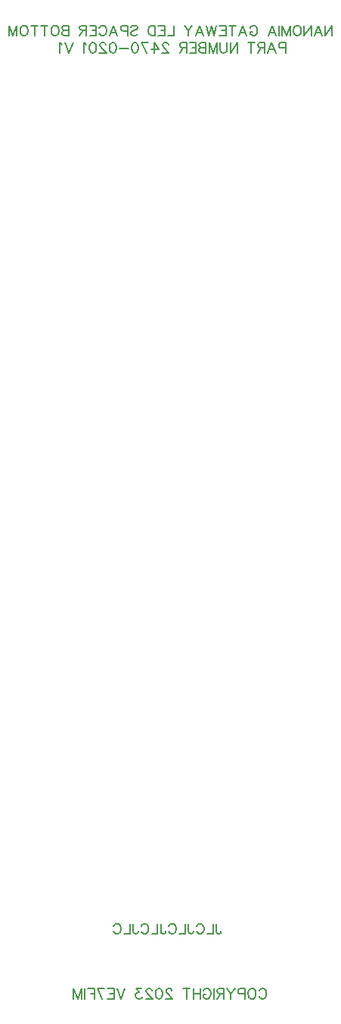
<source format=gbo>
G04 Layer: BottomSilkscreenLayer*
G04 EasyEDA v6.5.29, 2023-07-18 11:26:45*
G04 057cc5f2e9c144518689141b3c40f3c2,5a6b42c53f6a479593ecc07194224c93,10*
G04 Gerber Generator version 0.2*
G04 Scale: 100 percent, Rotated: No, Reflected: No *
G04 Dimensions in millimeters *
G04 leading zeros omitted , absolute positions ,4 integer and 5 decimal *
%FSLAX45Y45*%
%MOMM*%

%ADD10C,0.2032*%

%LPD*%
D10*
X3029681Y1059017D02*
G01*
X3035137Y1069926D01*
X3046046Y1080836D01*
X3056953Y1086289D01*
X3078772Y1086289D01*
X3089681Y1080836D01*
X3100590Y1069926D01*
X3106046Y1059017D01*
X3111500Y1042654D01*
X3111500Y1015382D01*
X3106046Y999017D01*
X3100590Y988108D01*
X3089681Y977198D01*
X3078772Y971745D01*
X3056953Y971745D01*
X3046046Y977198D01*
X3035137Y988108D01*
X3029681Y999017D01*
X2960954Y1086289D02*
G01*
X2971863Y1080836D01*
X2982772Y1069926D01*
X2988228Y1059017D01*
X2993682Y1042654D01*
X2993682Y1015382D01*
X2988228Y999017D01*
X2982772Y988108D01*
X2971863Y977198D01*
X2960954Y971745D01*
X2939135Y971745D01*
X2928228Y977198D01*
X2917319Y988108D01*
X2911863Y999017D01*
X2906410Y1015382D01*
X2906410Y1042654D01*
X2911863Y1059017D01*
X2917319Y1069926D01*
X2928228Y1080836D01*
X2939135Y1086289D01*
X2960954Y1086289D01*
X2870410Y1086289D02*
G01*
X2870410Y971745D01*
X2870410Y1086289D02*
G01*
X2821317Y1086289D01*
X2804955Y1080836D01*
X2799501Y1075382D01*
X2794045Y1064473D01*
X2794045Y1048108D01*
X2799501Y1037198D01*
X2804955Y1031745D01*
X2821317Y1026289D01*
X2870410Y1026289D01*
X2758046Y1086289D02*
G01*
X2714409Y1031745D01*
X2714409Y971745D01*
X2670774Y1086289D02*
G01*
X2714409Y1031745D01*
X2634772Y1086289D02*
G01*
X2634772Y971745D01*
X2634772Y1086289D02*
G01*
X2585681Y1086289D01*
X2569319Y1080836D01*
X2563865Y1075382D01*
X2558409Y1064473D01*
X2558409Y1053564D01*
X2563865Y1042654D01*
X2569319Y1037198D01*
X2585681Y1031745D01*
X2634772Y1031745D01*
X2596591Y1031745D02*
G01*
X2558409Y971745D01*
X2522410Y1086289D02*
G01*
X2522410Y971745D01*
X2404592Y1059017D02*
G01*
X2410045Y1069926D01*
X2420955Y1080836D01*
X2431864Y1086289D01*
X2453683Y1086289D01*
X2464592Y1080836D01*
X2475501Y1069926D01*
X2480955Y1059017D01*
X2486411Y1042654D01*
X2486411Y1015382D01*
X2480955Y999017D01*
X2475501Y988108D01*
X2464592Y977198D01*
X2453683Y971745D01*
X2431864Y971745D01*
X2420955Y977198D01*
X2410045Y988108D01*
X2404592Y999017D01*
X2404592Y1015382D01*
X2431864Y1015382D02*
G01*
X2404592Y1015382D01*
X2368593Y1086289D02*
G01*
X2368593Y971745D01*
X2292228Y1086289D02*
G01*
X2292228Y971745D01*
X2368593Y1031745D02*
G01*
X2292228Y1031745D01*
X2218047Y1086289D02*
G01*
X2218047Y971745D01*
X2256228Y1086289D02*
G01*
X2179866Y1086289D01*
X2054410Y1059017D02*
G01*
X2054410Y1064473D01*
X2048957Y1075382D01*
X2043501Y1080836D01*
X2032591Y1086289D01*
X2010775Y1086289D01*
X1999866Y1080836D01*
X1994410Y1075382D01*
X1988957Y1064473D01*
X1988957Y1053564D01*
X1994410Y1042654D01*
X2005319Y1026289D01*
X2059866Y971745D01*
X1983501Y971745D01*
X1914773Y1086289D02*
G01*
X1931139Y1080836D01*
X1942048Y1064473D01*
X1947501Y1037198D01*
X1947501Y1020836D01*
X1942048Y993564D01*
X1931139Y977198D01*
X1914773Y971745D01*
X1903867Y971745D01*
X1887501Y977198D01*
X1876592Y993564D01*
X1871139Y1020836D01*
X1871139Y1037198D01*
X1876592Y1064473D01*
X1887501Y1080836D01*
X1903867Y1086289D01*
X1914773Y1086289D01*
X1829683Y1059017D02*
G01*
X1829683Y1064473D01*
X1824230Y1075382D01*
X1818774Y1080836D01*
X1807865Y1086289D01*
X1786049Y1086289D01*
X1775139Y1080836D01*
X1769684Y1075382D01*
X1764230Y1064473D01*
X1764230Y1053564D01*
X1769684Y1042654D01*
X1780593Y1026289D01*
X1835139Y971745D01*
X1758774Y971745D01*
X1711866Y1086289D02*
G01*
X1651866Y1086289D01*
X1684594Y1042654D01*
X1668231Y1042654D01*
X1657322Y1037198D01*
X1651866Y1031745D01*
X1646412Y1015382D01*
X1646412Y1004473D01*
X1651866Y988108D01*
X1662775Y977198D01*
X1679138Y971745D01*
X1695503Y971745D01*
X1711866Y977198D01*
X1717321Y982654D01*
X1722775Y993564D01*
X1526413Y1086289D02*
G01*
X1482775Y971745D01*
X1439138Y1086289D02*
G01*
X1482775Y971745D01*
X1403139Y1086289D02*
G01*
X1403139Y971745D01*
X1403139Y1086289D02*
G01*
X1332229Y1086289D01*
X1403139Y1031745D02*
G01*
X1359504Y1031745D01*
X1403139Y971745D02*
G01*
X1332229Y971745D01*
X1219868Y1086289D02*
G01*
X1274411Y971745D01*
X1296230Y1086289D02*
G01*
X1219868Y1086289D01*
X1183868Y1086289D02*
G01*
X1183868Y971745D01*
X1183868Y1086289D02*
G01*
X1112959Y1086289D01*
X1183868Y1031745D02*
G01*
X1140231Y1031745D01*
X1076957Y1086289D02*
G01*
X1076957Y971745D01*
X1040958Y1086289D02*
G01*
X1040958Y971745D01*
X1040958Y1086289D02*
G01*
X997323Y971745D01*
X953686Y1086289D02*
G01*
X997323Y971745D01*
X953686Y1086289D02*
G01*
X953686Y971745D01*
X2548890Y1810257D02*
G01*
X2548890Y1722881D01*
X2554477Y1706626D01*
X2559811Y1701037D01*
X2570734Y1695704D01*
X2581656Y1695704D01*
X2592577Y1701037D01*
X2598165Y1706626D01*
X2603500Y1722881D01*
X2603500Y1733804D01*
X2513075Y1810257D02*
G01*
X2513075Y1695704D01*
X2513075Y1695704D02*
G01*
X2447543Y1695704D01*
X2329688Y1782826D02*
G01*
X2335022Y1793747D01*
X2345943Y1804670D01*
X2356865Y1810257D01*
X2378709Y1810257D01*
X2389631Y1804670D01*
X2400554Y1793747D01*
X2406141Y1782826D01*
X2411475Y1766570D01*
X2411475Y1739392D01*
X2406141Y1722881D01*
X2400554Y1711960D01*
X2389631Y1701037D01*
X2378709Y1695704D01*
X2356865Y1695704D01*
X2345943Y1701037D01*
X2335022Y1711960D01*
X2329688Y1722881D01*
X2239263Y1810257D02*
G01*
X2239263Y1722881D01*
X2244597Y1706626D01*
X2249931Y1701037D01*
X2260854Y1695704D01*
X2271775Y1695704D01*
X2282697Y1701037D01*
X2288286Y1706626D01*
X2293620Y1722881D01*
X2293620Y1733804D01*
X2203195Y1810257D02*
G01*
X2203195Y1695704D01*
X2203195Y1695704D02*
G01*
X2137663Y1695704D01*
X2019808Y1782826D02*
G01*
X2025395Y1793747D01*
X2036318Y1804670D01*
X2047240Y1810257D01*
X2068829Y1810257D01*
X2079752Y1804670D01*
X2090674Y1793747D01*
X2096261Y1782826D01*
X2101595Y1766570D01*
X2101595Y1739392D01*
X2096261Y1722881D01*
X2090674Y1711960D01*
X2079752Y1701037D01*
X2068829Y1695704D01*
X2047240Y1695704D01*
X2036318Y1701037D01*
X2025395Y1711960D01*
X2019808Y1722881D01*
X1929384Y1810257D02*
G01*
X1929384Y1722881D01*
X1934718Y1706626D01*
X1940306Y1701037D01*
X1951227Y1695704D01*
X1962150Y1695704D01*
X1973072Y1701037D01*
X1978406Y1706626D01*
X1983740Y1722881D01*
X1983740Y1733804D01*
X1893315Y1810257D02*
G01*
X1893315Y1695704D01*
X1893315Y1695704D02*
G01*
X1827784Y1695704D01*
X1709927Y1782826D02*
G01*
X1715515Y1793747D01*
X1726438Y1804670D01*
X1737359Y1810257D01*
X1759204Y1810257D01*
X1770125Y1804670D01*
X1781047Y1793747D01*
X1786381Y1782826D01*
X1791970Y1766570D01*
X1791970Y1739392D01*
X1786381Y1722881D01*
X1781047Y1711960D01*
X1770125Y1701037D01*
X1759204Y1695704D01*
X1737359Y1695704D01*
X1726438Y1701037D01*
X1715515Y1711960D01*
X1709927Y1722881D01*
X1619504Y1810257D02*
G01*
X1619504Y1722881D01*
X1624838Y1706626D01*
X1630425Y1701037D01*
X1641347Y1695704D01*
X1652270Y1695704D01*
X1663191Y1701037D01*
X1668525Y1706626D01*
X1674113Y1722881D01*
X1674113Y1733804D01*
X1583436Y1810257D02*
G01*
X1583436Y1695704D01*
X1583436Y1695704D02*
G01*
X1518158Y1695704D01*
X1400302Y1782826D02*
G01*
X1405636Y1793747D01*
X1416558Y1804670D01*
X1427479Y1810257D01*
X1449324Y1810257D01*
X1460245Y1804670D01*
X1471168Y1793747D01*
X1476502Y1782826D01*
X1482090Y1766570D01*
X1482090Y1739392D01*
X1476502Y1722881D01*
X1471168Y1711960D01*
X1460245Y1701037D01*
X1449324Y1695704D01*
X1427479Y1695704D01*
X1416558Y1701037D01*
X1405636Y1711960D01*
X1400302Y1722881D01*
X3848100Y11843189D02*
G01*
X3848100Y11728645D01*
X3848100Y11843189D02*
G01*
X3771737Y11728645D01*
X3771737Y11843189D02*
G01*
X3771737Y11728645D01*
X3692100Y11843189D02*
G01*
X3735735Y11728645D01*
X3692100Y11843189D02*
G01*
X3648463Y11728645D01*
X3719372Y11766826D02*
G01*
X3664828Y11766826D01*
X3612464Y11843189D02*
G01*
X3612464Y11728645D01*
X3612464Y11843189D02*
G01*
X3536101Y11728645D01*
X3536101Y11843189D02*
G01*
X3536101Y11728645D01*
X3467374Y11843189D02*
G01*
X3478283Y11837736D01*
X3489190Y11826826D01*
X3494646Y11815917D01*
X3500099Y11799554D01*
X3500099Y11772282D01*
X3494646Y11755917D01*
X3489190Y11745008D01*
X3478283Y11734098D01*
X3467374Y11728645D01*
X3445555Y11728645D01*
X3434646Y11734098D01*
X3423737Y11745008D01*
X3418283Y11755917D01*
X3412827Y11772282D01*
X3412827Y11799554D01*
X3418283Y11815917D01*
X3423737Y11826826D01*
X3434646Y11837736D01*
X3445555Y11843189D01*
X3467374Y11843189D01*
X3376828Y11843189D02*
G01*
X3376828Y11728645D01*
X3376828Y11843189D02*
G01*
X3333191Y11728645D01*
X3289556Y11843189D02*
G01*
X3333191Y11728645D01*
X3289556Y11843189D02*
G01*
X3289556Y11728645D01*
X3253554Y11843189D02*
G01*
X3253554Y11728645D01*
X3173920Y11843189D02*
G01*
X3217555Y11728645D01*
X3173920Y11843189D02*
G01*
X3130283Y11728645D01*
X3201192Y11766826D02*
G01*
X3146645Y11766826D01*
X2928465Y11815917D02*
G01*
X2933920Y11826826D01*
X2944830Y11837736D01*
X2955737Y11843189D01*
X2977555Y11843189D01*
X2988464Y11837736D01*
X2999374Y11826826D01*
X3004830Y11815917D01*
X3010283Y11799554D01*
X3010283Y11772282D01*
X3004830Y11755917D01*
X2999374Y11745008D01*
X2988464Y11734098D01*
X2977555Y11728645D01*
X2955737Y11728645D01*
X2944830Y11734098D01*
X2933920Y11745008D01*
X2928465Y11755917D01*
X2928465Y11772282D01*
X2955737Y11772282D02*
G01*
X2928465Y11772282D01*
X2848828Y11843189D02*
G01*
X2892465Y11728645D01*
X2848828Y11843189D02*
G01*
X2805193Y11728645D01*
X2876102Y11766826D02*
G01*
X2821556Y11766826D01*
X2731010Y11843189D02*
G01*
X2731010Y11728645D01*
X2769191Y11843189D02*
G01*
X2692829Y11843189D01*
X2656829Y11843189D02*
G01*
X2656829Y11728645D01*
X2656829Y11843189D02*
G01*
X2585920Y11843189D01*
X2656829Y11788645D02*
G01*
X2613192Y11788645D01*
X2656829Y11728645D02*
G01*
X2585920Y11728645D01*
X2549921Y11843189D02*
G01*
X2522649Y11728645D01*
X2495374Y11843189D02*
G01*
X2522649Y11728645D01*
X2495374Y11843189D02*
G01*
X2468102Y11728645D01*
X2440830Y11843189D02*
G01*
X2468102Y11728645D01*
X2361194Y11843189D02*
G01*
X2404831Y11728645D01*
X2361194Y11843189D02*
G01*
X2317556Y11728645D01*
X2388466Y11766826D02*
G01*
X2333922Y11766826D01*
X2281557Y11843189D02*
G01*
X2237920Y11788645D01*
X2237920Y11728645D01*
X2194285Y11843189D02*
G01*
X2237920Y11788645D01*
X2074285Y11843189D02*
G01*
X2074285Y11728645D01*
X2074285Y11728645D02*
G01*
X2008830Y11728645D01*
X1972830Y11843189D02*
G01*
X1972830Y11728645D01*
X1972830Y11843189D02*
G01*
X1901921Y11843189D01*
X1972830Y11788645D02*
G01*
X1929193Y11788645D01*
X1972830Y11728645D02*
G01*
X1901921Y11728645D01*
X1865922Y11843189D02*
G01*
X1865922Y11728645D01*
X1865922Y11843189D02*
G01*
X1827740Y11843189D01*
X1811375Y11837736D01*
X1800468Y11826826D01*
X1795012Y11815917D01*
X1789559Y11799554D01*
X1789559Y11772282D01*
X1795012Y11755917D01*
X1800468Y11745008D01*
X1811375Y11734098D01*
X1827740Y11728645D01*
X1865922Y11728645D01*
X1593194Y11826826D02*
G01*
X1604103Y11837736D01*
X1620469Y11843189D01*
X1642285Y11843189D01*
X1658650Y11837736D01*
X1669559Y11826826D01*
X1669559Y11815917D01*
X1664103Y11805008D01*
X1658650Y11799554D01*
X1647741Y11794098D01*
X1615013Y11783189D01*
X1604103Y11777736D01*
X1598650Y11772282D01*
X1593194Y11761373D01*
X1593194Y11745008D01*
X1604103Y11734098D01*
X1620469Y11728645D01*
X1642285Y11728645D01*
X1658650Y11734098D01*
X1669559Y11745008D01*
X1557195Y11843189D02*
G01*
X1557195Y11728645D01*
X1557195Y11843189D02*
G01*
X1508104Y11843189D01*
X1491741Y11837736D01*
X1486286Y11832282D01*
X1480832Y11821373D01*
X1480832Y11805008D01*
X1486286Y11794098D01*
X1491741Y11788645D01*
X1508104Y11783189D01*
X1557195Y11783189D01*
X1401196Y11843189D02*
G01*
X1444833Y11728645D01*
X1401196Y11843189D02*
G01*
X1357558Y11728645D01*
X1428468Y11766826D02*
G01*
X1373924Y11766826D01*
X1239740Y11815917D02*
G01*
X1245196Y11826826D01*
X1256106Y11837736D01*
X1267015Y11843189D01*
X1288831Y11843189D01*
X1299740Y11837736D01*
X1310650Y11826826D01*
X1316106Y11815917D01*
X1321559Y11799554D01*
X1321559Y11772282D01*
X1316106Y11755917D01*
X1310650Y11745008D01*
X1299740Y11734098D01*
X1288831Y11728645D01*
X1267015Y11728645D01*
X1256106Y11734098D01*
X1245196Y11745008D01*
X1239740Y11755917D01*
X1203741Y11843189D02*
G01*
X1203741Y11728645D01*
X1203741Y11843189D02*
G01*
X1132832Y11843189D01*
X1203741Y11788645D02*
G01*
X1160104Y11788645D01*
X1203741Y11728645D02*
G01*
X1132832Y11728645D01*
X1096832Y11843189D02*
G01*
X1096832Y11728645D01*
X1096832Y11843189D02*
G01*
X1047742Y11843189D01*
X1031377Y11837736D01*
X1025923Y11832282D01*
X1020470Y11821373D01*
X1020470Y11810464D01*
X1025923Y11799554D01*
X1031377Y11794098D01*
X1047742Y11788645D01*
X1096832Y11788645D01*
X1058651Y11788645D02*
G01*
X1020470Y11728645D01*
X900470Y11843189D02*
G01*
X900470Y11728645D01*
X900470Y11843189D02*
G01*
X851377Y11843189D01*
X835014Y11837736D01*
X829561Y11832282D01*
X824105Y11821373D01*
X824105Y11810464D01*
X829561Y11799554D01*
X835014Y11794098D01*
X851377Y11788645D01*
X900470Y11788645D02*
G01*
X851377Y11788645D01*
X835014Y11783189D01*
X829561Y11777736D01*
X824105Y11766826D01*
X824105Y11750464D01*
X829561Y11739554D01*
X835014Y11734098D01*
X851377Y11728645D01*
X900470Y11728645D01*
X755378Y11843189D02*
G01*
X766287Y11837736D01*
X777196Y11826826D01*
X782652Y11815917D01*
X788106Y11799554D01*
X788106Y11772282D01*
X782652Y11755917D01*
X777196Y11745008D01*
X766287Y11734098D01*
X755378Y11728645D01*
X733559Y11728645D01*
X722652Y11734098D01*
X711743Y11745008D01*
X706287Y11755917D01*
X700834Y11772282D01*
X700834Y11799554D01*
X706287Y11815917D01*
X711743Y11826826D01*
X722652Y11837736D01*
X733559Y11843189D01*
X755378Y11843189D01*
X626651Y11843189D02*
G01*
X626651Y11728645D01*
X664834Y11843189D02*
G01*
X588469Y11843189D01*
X514289Y11843189D02*
G01*
X514289Y11728645D01*
X552470Y11843189D02*
G01*
X476107Y11843189D01*
X407380Y11843189D02*
G01*
X418289Y11837736D01*
X429196Y11826826D01*
X434652Y11815917D01*
X440105Y11799554D01*
X440105Y11772282D01*
X434652Y11755917D01*
X429196Y11745008D01*
X418289Y11734098D01*
X407380Y11728645D01*
X385561Y11728645D01*
X374652Y11734098D01*
X363743Y11745008D01*
X358289Y11755917D01*
X352833Y11772282D01*
X352833Y11799554D01*
X358289Y11815917D01*
X363743Y11826826D01*
X374652Y11837736D01*
X385561Y11843189D01*
X407380Y11843189D01*
X316834Y11843189D02*
G01*
X316834Y11728645D01*
X316834Y11843189D02*
G01*
X273197Y11728645D01*
X229562Y11843189D02*
G01*
X273197Y11728645D01*
X229562Y11843189D02*
G01*
X229562Y11728645D01*
X3327400Y11652689D02*
G01*
X3327400Y11538145D01*
X3327400Y11652689D02*
G01*
X3278309Y11652689D01*
X3261946Y11647236D01*
X3256490Y11641782D01*
X3251037Y11630873D01*
X3251037Y11614508D01*
X3256490Y11603599D01*
X3261946Y11598145D01*
X3278309Y11592689D01*
X3327400Y11592689D01*
X3171400Y11652689D02*
G01*
X3215035Y11538145D01*
X3171400Y11652689D02*
G01*
X3127763Y11538145D01*
X3198672Y11576326D02*
G01*
X3144128Y11576326D01*
X3091764Y11652689D02*
G01*
X3091764Y11538145D01*
X3091764Y11652689D02*
G01*
X3042673Y11652689D01*
X3026310Y11647236D01*
X3020855Y11641782D01*
X3015400Y11630873D01*
X3015400Y11619964D01*
X3020855Y11609054D01*
X3026310Y11603599D01*
X3042673Y11598145D01*
X3091764Y11598145D01*
X3053582Y11598145D02*
G01*
X3015400Y11538145D01*
X2941218Y11652689D02*
G01*
X2941218Y11538145D01*
X2979400Y11652689D02*
G01*
X2903037Y11652689D01*
X2783037Y11652689D02*
G01*
X2783037Y11538145D01*
X2783037Y11652689D02*
G01*
X2706674Y11538145D01*
X2706674Y11652689D02*
G01*
X2706674Y11538145D01*
X2670672Y11652689D02*
G01*
X2670672Y11570873D01*
X2665219Y11554508D01*
X2654310Y11543599D01*
X2637947Y11538145D01*
X2627038Y11538145D01*
X2610672Y11543599D01*
X2599766Y11554508D01*
X2594310Y11570873D01*
X2594310Y11652689D01*
X2558310Y11652689D02*
G01*
X2558310Y11538145D01*
X2558310Y11652689D02*
G01*
X2514673Y11538145D01*
X2471038Y11652689D02*
G01*
X2514673Y11538145D01*
X2471038Y11652689D02*
G01*
X2471038Y11538145D01*
X2435037Y11652689D02*
G01*
X2435037Y11538145D01*
X2435037Y11652689D02*
G01*
X2385946Y11652689D01*
X2369583Y11647236D01*
X2364130Y11641782D01*
X2358674Y11630873D01*
X2358674Y11619964D01*
X2364130Y11609054D01*
X2369583Y11603599D01*
X2385946Y11598145D01*
X2435037Y11598145D02*
G01*
X2385946Y11598145D01*
X2369583Y11592689D01*
X2364130Y11587236D01*
X2358674Y11576326D01*
X2358674Y11559964D01*
X2364130Y11549054D01*
X2369583Y11543599D01*
X2385946Y11538145D01*
X2435037Y11538145D01*
X2322675Y11652689D02*
G01*
X2322675Y11538145D01*
X2322675Y11652689D02*
G01*
X2251765Y11652689D01*
X2322675Y11598145D02*
G01*
X2279037Y11598145D01*
X2322675Y11538145D02*
G01*
X2251765Y11538145D01*
X2215766Y11652689D02*
G01*
X2215766Y11538145D01*
X2215766Y11652689D02*
G01*
X2166675Y11652689D01*
X2150310Y11647236D01*
X2144857Y11641782D01*
X2139401Y11630873D01*
X2139401Y11619964D01*
X2144857Y11609054D01*
X2150310Y11603599D01*
X2166675Y11598145D01*
X2215766Y11598145D01*
X2177585Y11598145D02*
G01*
X2139401Y11538145D01*
X2013948Y11625417D02*
G01*
X2013948Y11630873D01*
X2008492Y11641782D01*
X2003038Y11647236D01*
X1992129Y11652689D01*
X1970311Y11652689D01*
X1959401Y11647236D01*
X1953948Y11641782D01*
X1948492Y11630873D01*
X1948492Y11619964D01*
X1953948Y11609054D01*
X1964857Y11592689D01*
X2019401Y11538145D01*
X1943039Y11538145D01*
X1852493Y11652689D02*
G01*
X1907039Y11576326D01*
X1825221Y11576326D01*
X1852493Y11652689D02*
G01*
X1852493Y11538145D01*
X1712856Y11652689D02*
G01*
X1767403Y11538145D01*
X1789221Y11652689D02*
G01*
X1712856Y11652689D01*
X1644131Y11652689D02*
G01*
X1660494Y11647236D01*
X1671403Y11630873D01*
X1676857Y11603599D01*
X1676857Y11587236D01*
X1671403Y11559964D01*
X1660494Y11543599D01*
X1644131Y11538145D01*
X1633222Y11538145D01*
X1616857Y11543599D01*
X1605948Y11559964D01*
X1600494Y11587236D01*
X1600494Y11603599D01*
X1605948Y11630873D01*
X1616857Y11647236D01*
X1633222Y11652689D01*
X1644131Y11652689D01*
X1564495Y11587236D02*
G01*
X1466314Y11587236D01*
X1397586Y11652689D02*
G01*
X1413949Y11647236D01*
X1424858Y11630873D01*
X1430312Y11603599D01*
X1430312Y11587236D01*
X1424858Y11559964D01*
X1413949Y11543599D01*
X1397586Y11538145D01*
X1386677Y11538145D01*
X1370312Y11543599D01*
X1359402Y11559964D01*
X1353949Y11587236D01*
X1353949Y11603599D01*
X1359402Y11630873D01*
X1370312Y11647236D01*
X1386677Y11652689D01*
X1397586Y11652689D01*
X1312494Y11625417D02*
G01*
X1312494Y11630873D01*
X1307040Y11641782D01*
X1301584Y11647236D01*
X1290675Y11652689D01*
X1268859Y11652689D01*
X1257950Y11647236D01*
X1252494Y11641782D01*
X1247040Y11630873D01*
X1247040Y11619964D01*
X1252494Y11609054D01*
X1263403Y11592689D01*
X1317950Y11538145D01*
X1241585Y11538145D01*
X1172857Y11652689D02*
G01*
X1189222Y11647236D01*
X1200132Y11630873D01*
X1205585Y11603599D01*
X1205585Y11587236D01*
X1200132Y11559964D01*
X1189222Y11543599D01*
X1172857Y11538145D01*
X1161950Y11538145D01*
X1145585Y11543599D01*
X1134676Y11559964D01*
X1129223Y11587236D01*
X1129223Y11603599D01*
X1134676Y11630873D01*
X1145585Y11647236D01*
X1161950Y11652689D01*
X1172857Y11652689D01*
X1093223Y11630873D02*
G01*
X1082314Y11636326D01*
X1065949Y11652689D01*
X1065949Y11538145D01*
X945949Y11652689D02*
G01*
X902314Y11538145D01*
X858677Y11652689D02*
G01*
X902314Y11538145D01*
X822678Y11630873D02*
G01*
X811768Y11636326D01*
X795406Y11652689D01*
X795406Y11538145D01*
M02*

</source>
